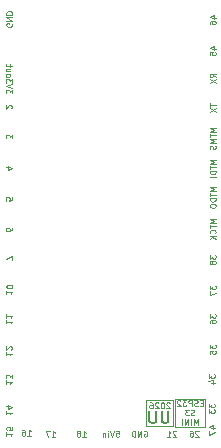
<source format=gbr>
%TF.GenerationSoftware,KiCad,Pcbnew,9.0.7-9.0.7~ubuntu22.04.1*%
%TF.CreationDate,2026-02-16T21:50:37-07:00*%
%TF.ProjectId,ESP32-S3-MINI-1U_UU,45535033-322d-4533-932d-4d494e492d31,rev?*%
%TF.SameCoordinates,Original*%
%TF.FileFunction,Legend,Bot*%
%TF.FilePolarity,Positive*%
%FSLAX46Y46*%
G04 Gerber Fmt 4.6, Leading zero omitted, Abs format (unit mm)*
G04 Created by KiCad (PCBNEW 9.0.7-9.0.7~ubuntu22.04.1) date 2026-02-16 21:50:37*
%MOMM*%
%LPD*%
G01*
G04 APERTURE LIST*
%ADD10C,0.100000*%
%ADD11C,0.200000*%
G04 APERTURE END LIST*
D10*
X185360000Y-148700000D02*
X187660000Y-148700000D01*
X187860000Y-148800000D02*
X187860000Y-146400000D01*
X187860000Y-146400000D02*
X190360000Y-146400000D01*
X187660000Y-148700000D02*
X187660000Y-146500000D01*
X190360000Y-148800000D02*
X187860000Y-148800000D01*
X185360000Y-146500000D02*
X185360000Y-148700000D01*
X190360000Y-146400000D02*
X190360000Y-148800000D01*
X187660000Y-146500000D02*
X185360000Y-146500000D01*
X174026390Y-129377068D02*
X174026390Y-129615163D01*
X174026390Y-129615163D02*
X173788295Y-129638972D01*
X173788295Y-129638972D02*
X173812104Y-129615163D01*
X173812104Y-129615163D02*
X173835914Y-129567544D01*
X173835914Y-129567544D02*
X173835914Y-129448496D01*
X173835914Y-129448496D02*
X173812104Y-129400877D01*
X173812104Y-129400877D02*
X173788295Y-129377068D01*
X173788295Y-129377068D02*
X173740676Y-129353258D01*
X173740676Y-129353258D02*
X173621628Y-129353258D01*
X173621628Y-129353258D02*
X173574009Y-129377068D01*
X173574009Y-129377068D02*
X173550200Y-129400877D01*
X173550200Y-129400877D02*
X173526390Y-129448496D01*
X173526390Y-129448496D02*
X173526390Y-129567544D01*
X173526390Y-129567544D02*
X173550200Y-129615163D01*
X173550200Y-129615163D02*
X173574009Y-129638972D01*
X187938972Y-149181228D02*
X187915163Y-149157419D01*
X187915163Y-149157419D02*
X187867544Y-149133609D01*
X187867544Y-149133609D02*
X187748496Y-149133609D01*
X187748496Y-149133609D02*
X187700877Y-149157419D01*
X187700877Y-149157419D02*
X187677068Y-149181228D01*
X187677068Y-149181228D02*
X187653258Y-149228847D01*
X187653258Y-149228847D02*
X187653258Y-149276466D01*
X187653258Y-149276466D02*
X187677068Y-149347895D01*
X187677068Y-149347895D02*
X187962782Y-149633609D01*
X187962782Y-149633609D02*
X187653258Y-149633609D01*
X187177068Y-149633609D02*
X187462782Y-149633609D01*
X187319925Y-149633609D02*
X187319925Y-149133609D01*
X187319925Y-149133609D02*
X187367544Y-149205038D01*
X187367544Y-149205038D02*
X187415163Y-149252657D01*
X187415163Y-149252657D02*
X187462782Y-149276466D01*
X190793609Y-134237217D02*
X190793609Y-134546741D01*
X190793609Y-134546741D02*
X190984085Y-134380074D01*
X190984085Y-134380074D02*
X190984085Y-134451503D01*
X190984085Y-134451503D02*
X191007895Y-134499122D01*
X191007895Y-134499122D02*
X191031704Y-134522931D01*
X191031704Y-134522931D02*
X191079323Y-134546741D01*
X191079323Y-134546741D02*
X191198371Y-134546741D01*
X191198371Y-134546741D02*
X191245990Y-134522931D01*
X191245990Y-134522931D02*
X191269800Y-134499122D01*
X191269800Y-134499122D02*
X191293609Y-134451503D01*
X191293609Y-134451503D02*
X191293609Y-134308646D01*
X191293609Y-134308646D02*
X191269800Y-134261027D01*
X191269800Y-134261027D02*
X191245990Y-134237217D01*
X191007895Y-134832455D02*
X190984085Y-134784836D01*
X190984085Y-134784836D02*
X190960276Y-134761026D01*
X190960276Y-134761026D02*
X190912657Y-134737217D01*
X190912657Y-134737217D02*
X190888847Y-134737217D01*
X190888847Y-134737217D02*
X190841228Y-134761026D01*
X190841228Y-134761026D02*
X190817419Y-134784836D01*
X190817419Y-134784836D02*
X190793609Y-134832455D01*
X190793609Y-134832455D02*
X190793609Y-134927693D01*
X190793609Y-134927693D02*
X190817419Y-134975312D01*
X190817419Y-134975312D02*
X190841228Y-134999121D01*
X190841228Y-134999121D02*
X190888847Y-135022931D01*
X190888847Y-135022931D02*
X190912657Y-135022931D01*
X190912657Y-135022931D02*
X190960276Y-134999121D01*
X190960276Y-134999121D02*
X190984085Y-134975312D01*
X190984085Y-134975312D02*
X191007895Y-134927693D01*
X191007895Y-134927693D02*
X191007895Y-134832455D01*
X191007895Y-134832455D02*
X191031704Y-134784836D01*
X191031704Y-134784836D02*
X191055514Y-134761026D01*
X191055514Y-134761026D02*
X191103133Y-134737217D01*
X191103133Y-134737217D02*
X191198371Y-134737217D01*
X191198371Y-134737217D02*
X191245990Y-134761026D01*
X191245990Y-134761026D02*
X191269800Y-134784836D01*
X191269800Y-134784836D02*
X191293609Y-134832455D01*
X191293609Y-134832455D02*
X191293609Y-134927693D01*
X191293609Y-134927693D02*
X191269800Y-134975312D01*
X191269800Y-134975312D02*
X191245990Y-134999121D01*
X191245990Y-134999121D02*
X191198371Y-135022931D01*
X191198371Y-135022931D02*
X191103133Y-135022931D01*
X191103133Y-135022931D02*
X191055514Y-134999121D01*
X191055514Y-134999121D02*
X191031704Y-134975312D01*
X191031704Y-134975312D02*
X191007895Y-134927693D01*
X189838972Y-149181228D02*
X189815163Y-149157419D01*
X189815163Y-149157419D02*
X189767544Y-149133609D01*
X189767544Y-149133609D02*
X189648496Y-149133609D01*
X189648496Y-149133609D02*
X189600877Y-149157419D01*
X189600877Y-149157419D02*
X189577068Y-149181228D01*
X189577068Y-149181228D02*
X189553258Y-149228847D01*
X189553258Y-149228847D02*
X189553258Y-149276466D01*
X189553258Y-149276466D02*
X189577068Y-149347895D01*
X189577068Y-149347895D02*
X189862782Y-149633609D01*
X189862782Y-149633609D02*
X189553258Y-149633609D01*
X189124687Y-149133609D02*
X189219925Y-149133609D01*
X189219925Y-149133609D02*
X189267544Y-149157419D01*
X189267544Y-149157419D02*
X189291354Y-149181228D01*
X189291354Y-149181228D02*
X189338973Y-149252657D01*
X189338973Y-149252657D02*
X189362782Y-149347895D01*
X189362782Y-149347895D02*
X189362782Y-149538371D01*
X189362782Y-149538371D02*
X189338973Y-149585990D01*
X189338973Y-149585990D02*
X189315163Y-149609800D01*
X189315163Y-149609800D02*
X189267544Y-149633609D01*
X189267544Y-149633609D02*
X189172306Y-149633609D01*
X189172306Y-149633609D02*
X189124687Y-149609800D01*
X189124687Y-149609800D02*
X189100878Y-149585990D01*
X189100878Y-149585990D02*
X189077068Y-149538371D01*
X189077068Y-149538371D02*
X189077068Y-149419323D01*
X189077068Y-149419323D02*
X189100878Y-149371704D01*
X189100878Y-149371704D02*
X189124687Y-149347895D01*
X189124687Y-149347895D02*
X189172306Y-149324085D01*
X189172306Y-149324085D02*
X189267544Y-149324085D01*
X189267544Y-149324085D02*
X189315163Y-149347895D01*
X189315163Y-149347895D02*
X189338973Y-149371704D01*
X189338973Y-149371704D02*
X189362782Y-149419323D01*
X187398972Y-146781228D02*
X187375163Y-146757419D01*
X187375163Y-146757419D02*
X187327544Y-146733609D01*
X187327544Y-146733609D02*
X187208496Y-146733609D01*
X187208496Y-146733609D02*
X187160877Y-146757419D01*
X187160877Y-146757419D02*
X187137068Y-146781228D01*
X187137068Y-146781228D02*
X187113258Y-146828847D01*
X187113258Y-146828847D02*
X187113258Y-146876466D01*
X187113258Y-146876466D02*
X187137068Y-146947895D01*
X187137068Y-146947895D02*
X187422782Y-147233609D01*
X187422782Y-147233609D02*
X187113258Y-147233609D01*
X186803735Y-146733609D02*
X186756116Y-146733609D01*
X186756116Y-146733609D02*
X186708497Y-146757419D01*
X186708497Y-146757419D02*
X186684687Y-146781228D01*
X186684687Y-146781228D02*
X186660878Y-146828847D01*
X186660878Y-146828847D02*
X186637068Y-146924085D01*
X186637068Y-146924085D02*
X186637068Y-147043133D01*
X186637068Y-147043133D02*
X186660878Y-147138371D01*
X186660878Y-147138371D02*
X186684687Y-147185990D01*
X186684687Y-147185990D02*
X186708497Y-147209800D01*
X186708497Y-147209800D02*
X186756116Y-147233609D01*
X186756116Y-147233609D02*
X186803735Y-147233609D01*
X186803735Y-147233609D02*
X186851354Y-147209800D01*
X186851354Y-147209800D02*
X186875163Y-147185990D01*
X186875163Y-147185990D02*
X186898973Y-147138371D01*
X186898973Y-147138371D02*
X186922782Y-147043133D01*
X186922782Y-147043133D02*
X186922782Y-146924085D01*
X186922782Y-146924085D02*
X186898973Y-146828847D01*
X186898973Y-146828847D02*
X186875163Y-146781228D01*
X186875163Y-146781228D02*
X186851354Y-146757419D01*
X186851354Y-146757419D02*
X186803735Y-146733609D01*
X186446592Y-146781228D02*
X186422783Y-146757419D01*
X186422783Y-146757419D02*
X186375164Y-146733609D01*
X186375164Y-146733609D02*
X186256116Y-146733609D01*
X186256116Y-146733609D02*
X186208497Y-146757419D01*
X186208497Y-146757419D02*
X186184688Y-146781228D01*
X186184688Y-146781228D02*
X186160878Y-146828847D01*
X186160878Y-146828847D02*
X186160878Y-146876466D01*
X186160878Y-146876466D02*
X186184688Y-146947895D01*
X186184688Y-146947895D02*
X186470402Y-147233609D01*
X186470402Y-147233609D02*
X186160878Y-147233609D01*
X185732307Y-146733609D02*
X185827545Y-146733609D01*
X185827545Y-146733609D02*
X185875164Y-146757419D01*
X185875164Y-146757419D02*
X185898974Y-146781228D01*
X185898974Y-146781228D02*
X185946593Y-146852657D01*
X185946593Y-146852657D02*
X185970402Y-146947895D01*
X185970402Y-146947895D02*
X185970402Y-147138371D01*
X185970402Y-147138371D02*
X185946593Y-147185990D01*
X185946593Y-147185990D02*
X185922783Y-147209800D01*
X185922783Y-147209800D02*
X185875164Y-147233609D01*
X185875164Y-147233609D02*
X185779926Y-147233609D01*
X185779926Y-147233609D02*
X185732307Y-147209800D01*
X185732307Y-147209800D02*
X185708498Y-147185990D01*
X185708498Y-147185990D02*
X185684688Y-147138371D01*
X185684688Y-147138371D02*
X185684688Y-147019323D01*
X185684688Y-147019323D02*
X185708498Y-146971704D01*
X185708498Y-146971704D02*
X185732307Y-146947895D01*
X185732307Y-146947895D02*
X185779926Y-146924085D01*
X185779926Y-146924085D02*
X185875164Y-146924085D01*
X185875164Y-146924085D02*
X185922783Y-146947895D01*
X185922783Y-146947895D02*
X185946593Y-146971704D01*
X185946593Y-146971704D02*
X185970402Y-147019323D01*
X175353258Y-149533609D02*
X175638972Y-149533609D01*
X175496115Y-149533609D02*
X175496115Y-149033609D01*
X175496115Y-149033609D02*
X175543734Y-149105038D01*
X175543734Y-149105038D02*
X175591353Y-149152657D01*
X175591353Y-149152657D02*
X175638972Y-149176466D01*
X174924687Y-149033609D02*
X175019925Y-149033609D01*
X175019925Y-149033609D02*
X175067544Y-149057419D01*
X175067544Y-149057419D02*
X175091354Y-149081228D01*
X175091354Y-149081228D02*
X175138973Y-149152657D01*
X175138973Y-149152657D02*
X175162782Y-149247895D01*
X175162782Y-149247895D02*
X175162782Y-149438371D01*
X175162782Y-149438371D02*
X175138973Y-149485990D01*
X175138973Y-149485990D02*
X175115163Y-149509800D01*
X175115163Y-149509800D02*
X175067544Y-149533609D01*
X175067544Y-149533609D02*
X174972306Y-149533609D01*
X174972306Y-149533609D02*
X174924687Y-149509800D01*
X174924687Y-149509800D02*
X174900878Y-149485990D01*
X174900878Y-149485990D02*
X174877068Y-149438371D01*
X174877068Y-149438371D02*
X174877068Y-149319323D01*
X174877068Y-149319323D02*
X174900878Y-149271704D01*
X174900878Y-149271704D02*
X174924687Y-149247895D01*
X174924687Y-149247895D02*
X174972306Y-149224085D01*
X174972306Y-149224085D02*
X175067544Y-149224085D01*
X175067544Y-149224085D02*
X175115163Y-149247895D01*
X175115163Y-149247895D02*
X175138973Y-149271704D01*
X175138973Y-149271704D02*
X175162782Y-149319323D01*
X174042580Y-114653258D02*
X174066390Y-114700877D01*
X174066390Y-114700877D02*
X174066390Y-114772306D01*
X174066390Y-114772306D02*
X174042580Y-114843734D01*
X174042580Y-114843734D02*
X173994961Y-114891353D01*
X173994961Y-114891353D02*
X173947342Y-114915163D01*
X173947342Y-114915163D02*
X173852104Y-114938972D01*
X173852104Y-114938972D02*
X173780676Y-114938972D01*
X173780676Y-114938972D02*
X173685438Y-114915163D01*
X173685438Y-114915163D02*
X173637819Y-114891353D01*
X173637819Y-114891353D02*
X173590200Y-114843734D01*
X173590200Y-114843734D02*
X173566390Y-114772306D01*
X173566390Y-114772306D02*
X173566390Y-114724687D01*
X173566390Y-114724687D02*
X173590200Y-114653258D01*
X173590200Y-114653258D02*
X173614009Y-114629449D01*
X173614009Y-114629449D02*
X173780676Y-114629449D01*
X173780676Y-114629449D02*
X173780676Y-114724687D01*
X173566390Y-114415163D02*
X174066390Y-114415163D01*
X174066390Y-114415163D02*
X173566390Y-114129449D01*
X173566390Y-114129449D02*
X174066390Y-114129449D01*
X173566390Y-113891353D02*
X174066390Y-113891353D01*
X174066390Y-113891353D02*
X174066390Y-113772305D01*
X174066390Y-113772305D02*
X174042580Y-113700877D01*
X174042580Y-113700877D02*
X173994961Y-113653258D01*
X173994961Y-113653258D02*
X173947342Y-113629448D01*
X173947342Y-113629448D02*
X173852104Y-113605639D01*
X173852104Y-113605639D02*
X173780676Y-113605639D01*
X173780676Y-113605639D02*
X173685438Y-113629448D01*
X173685438Y-113629448D02*
X173637819Y-113653258D01*
X173637819Y-113653258D02*
X173590200Y-113700877D01*
X173590200Y-113700877D02*
X173566390Y-113772305D01*
X173566390Y-113772305D02*
X173566390Y-113891353D01*
X185213258Y-149157419D02*
X185260877Y-149133609D01*
X185260877Y-149133609D02*
X185332306Y-149133609D01*
X185332306Y-149133609D02*
X185403734Y-149157419D01*
X185403734Y-149157419D02*
X185451353Y-149205038D01*
X185451353Y-149205038D02*
X185475163Y-149252657D01*
X185475163Y-149252657D02*
X185498972Y-149347895D01*
X185498972Y-149347895D02*
X185498972Y-149419323D01*
X185498972Y-149419323D02*
X185475163Y-149514561D01*
X185475163Y-149514561D02*
X185451353Y-149562180D01*
X185451353Y-149562180D02*
X185403734Y-149609800D01*
X185403734Y-149609800D02*
X185332306Y-149633609D01*
X185332306Y-149633609D02*
X185284687Y-149633609D01*
X185284687Y-149633609D02*
X185213258Y-149609800D01*
X185213258Y-149609800D02*
X185189449Y-149585990D01*
X185189449Y-149585990D02*
X185189449Y-149419323D01*
X185189449Y-149419323D02*
X185284687Y-149419323D01*
X184975163Y-149633609D02*
X184975163Y-149133609D01*
X184975163Y-149133609D02*
X184689449Y-149633609D01*
X184689449Y-149633609D02*
X184689449Y-149133609D01*
X184451353Y-149633609D02*
X184451353Y-149133609D01*
X184451353Y-149133609D02*
X184332305Y-149133609D01*
X184332305Y-149133609D02*
X184260877Y-149157419D01*
X184260877Y-149157419D02*
X184213258Y-149205038D01*
X184213258Y-149205038D02*
X184189448Y-149252657D01*
X184189448Y-149252657D02*
X184165639Y-149347895D01*
X184165639Y-149347895D02*
X184165639Y-149419323D01*
X184165639Y-149419323D02*
X184189448Y-149514561D01*
X184189448Y-149514561D02*
X184213258Y-149562180D01*
X184213258Y-149562180D02*
X184260877Y-149609800D01*
X184260877Y-149609800D02*
X184332305Y-149633609D01*
X184332305Y-149633609D02*
X184451353Y-149633609D01*
X190793609Y-121413408D02*
X190793609Y-121699122D01*
X191293609Y-121556265D02*
X190793609Y-121556265D01*
X190793609Y-121818169D02*
X191293609Y-122151502D01*
X190793609Y-122151502D02*
X191293609Y-121818169D01*
X180013258Y-149633609D02*
X180298972Y-149633609D01*
X180156115Y-149633609D02*
X180156115Y-149133609D01*
X180156115Y-149133609D02*
X180203734Y-149205038D01*
X180203734Y-149205038D02*
X180251353Y-149252657D01*
X180251353Y-149252657D02*
X180298972Y-149276466D01*
X179727544Y-149347895D02*
X179775163Y-149324085D01*
X179775163Y-149324085D02*
X179798973Y-149300276D01*
X179798973Y-149300276D02*
X179822782Y-149252657D01*
X179822782Y-149252657D02*
X179822782Y-149228847D01*
X179822782Y-149228847D02*
X179798973Y-149181228D01*
X179798973Y-149181228D02*
X179775163Y-149157419D01*
X179775163Y-149157419D02*
X179727544Y-149133609D01*
X179727544Y-149133609D02*
X179632306Y-149133609D01*
X179632306Y-149133609D02*
X179584687Y-149157419D01*
X179584687Y-149157419D02*
X179560878Y-149181228D01*
X179560878Y-149181228D02*
X179537068Y-149228847D01*
X179537068Y-149228847D02*
X179537068Y-149252657D01*
X179537068Y-149252657D02*
X179560878Y-149300276D01*
X179560878Y-149300276D02*
X179584687Y-149324085D01*
X179584687Y-149324085D02*
X179632306Y-149347895D01*
X179632306Y-149347895D02*
X179727544Y-149347895D01*
X179727544Y-149347895D02*
X179775163Y-149371704D01*
X179775163Y-149371704D02*
X179798973Y-149395514D01*
X179798973Y-149395514D02*
X179822782Y-149443133D01*
X179822782Y-149443133D02*
X179822782Y-149538371D01*
X179822782Y-149538371D02*
X179798973Y-149585990D01*
X179798973Y-149585990D02*
X179775163Y-149609800D01*
X179775163Y-149609800D02*
X179727544Y-149633609D01*
X179727544Y-149633609D02*
X179632306Y-149633609D01*
X179632306Y-149633609D02*
X179584687Y-149609800D01*
X179584687Y-149609800D02*
X179560878Y-149585990D01*
X179560878Y-149585990D02*
X179537068Y-149538371D01*
X179537068Y-149538371D02*
X179537068Y-149443133D01*
X179537068Y-149443133D02*
X179560878Y-149395514D01*
X179560878Y-149395514D02*
X179584687Y-149371704D01*
X179584687Y-149371704D02*
X179632306Y-149347895D01*
X190900276Y-148899122D02*
X191233609Y-148899122D01*
X190709800Y-148780074D02*
X191066942Y-148661027D01*
X191066942Y-148661027D02*
X191066942Y-148970550D01*
X190733609Y-149113407D02*
X190733609Y-149446740D01*
X190733609Y-149446740D02*
X191233609Y-149232455D01*
X173526390Y-142453258D02*
X173526390Y-142738972D01*
X173526390Y-142596115D02*
X174026390Y-142596115D01*
X174026390Y-142596115D02*
X173954961Y-142643734D01*
X173954961Y-142643734D02*
X173907342Y-142691353D01*
X173907342Y-142691353D02*
X173883533Y-142738972D01*
X173978771Y-142262782D02*
X174002580Y-142238973D01*
X174002580Y-142238973D02*
X174026390Y-142191354D01*
X174026390Y-142191354D02*
X174026390Y-142072306D01*
X174026390Y-142072306D02*
X174002580Y-142024687D01*
X174002580Y-142024687D02*
X173978771Y-142000878D01*
X173978771Y-142000878D02*
X173931152Y-141977068D01*
X173931152Y-141977068D02*
X173883533Y-141977068D01*
X173883533Y-141977068D02*
X173812104Y-142000878D01*
X173812104Y-142000878D02*
X173526390Y-142286592D01*
X173526390Y-142286592D02*
X173526390Y-141977068D01*
X173566390Y-149253258D02*
X173566390Y-149538972D01*
X173566390Y-149396115D02*
X174066390Y-149396115D01*
X174066390Y-149396115D02*
X173994961Y-149443734D01*
X173994961Y-149443734D02*
X173947342Y-149491353D01*
X173947342Y-149491353D02*
X173923533Y-149538972D01*
X174066390Y-148800878D02*
X174066390Y-149038973D01*
X174066390Y-149038973D02*
X173828295Y-149062782D01*
X173828295Y-149062782D02*
X173852104Y-149038973D01*
X173852104Y-149038973D02*
X173875914Y-148991354D01*
X173875914Y-148991354D02*
X173875914Y-148872306D01*
X173875914Y-148872306D02*
X173852104Y-148824687D01*
X173852104Y-148824687D02*
X173828295Y-148800878D01*
X173828295Y-148800878D02*
X173780676Y-148777068D01*
X173780676Y-148777068D02*
X173661628Y-148777068D01*
X173661628Y-148777068D02*
X173614009Y-148800878D01*
X173614009Y-148800878D02*
X173590200Y-148824687D01*
X173590200Y-148824687D02*
X173566390Y-148872306D01*
X173566390Y-148872306D02*
X173566390Y-148991354D01*
X173566390Y-148991354D02*
X173590200Y-149038973D01*
X173590200Y-149038973D02*
X173614009Y-149062782D01*
X174026390Y-120562782D02*
X174026390Y-120253258D01*
X174026390Y-120253258D02*
X173835914Y-120419925D01*
X173835914Y-120419925D02*
X173835914Y-120348496D01*
X173835914Y-120348496D02*
X173812104Y-120300877D01*
X173812104Y-120300877D02*
X173788295Y-120277068D01*
X173788295Y-120277068D02*
X173740676Y-120253258D01*
X173740676Y-120253258D02*
X173621628Y-120253258D01*
X173621628Y-120253258D02*
X173574009Y-120277068D01*
X173574009Y-120277068D02*
X173550200Y-120300877D01*
X173550200Y-120300877D02*
X173526390Y-120348496D01*
X173526390Y-120348496D02*
X173526390Y-120491353D01*
X173526390Y-120491353D02*
X173550200Y-120538972D01*
X173550200Y-120538972D02*
X173574009Y-120562782D01*
X174026390Y-120110401D02*
X173526390Y-119943735D01*
X173526390Y-119943735D02*
X174026390Y-119777068D01*
X174026390Y-119658021D02*
X174026390Y-119348497D01*
X174026390Y-119348497D02*
X173835914Y-119515164D01*
X173835914Y-119515164D02*
X173835914Y-119443735D01*
X173835914Y-119443735D02*
X173812104Y-119396116D01*
X173812104Y-119396116D02*
X173788295Y-119372307D01*
X173788295Y-119372307D02*
X173740676Y-119348497D01*
X173740676Y-119348497D02*
X173621628Y-119348497D01*
X173621628Y-119348497D02*
X173574009Y-119372307D01*
X173574009Y-119372307D02*
X173550200Y-119396116D01*
X173550200Y-119396116D02*
X173526390Y-119443735D01*
X173526390Y-119443735D02*
X173526390Y-119586592D01*
X173526390Y-119586592D02*
X173550200Y-119634211D01*
X173550200Y-119634211D02*
X173574009Y-119658021D01*
X173526390Y-119062783D02*
X173550200Y-119110402D01*
X173550200Y-119110402D02*
X173574009Y-119134212D01*
X173574009Y-119134212D02*
X173621628Y-119158021D01*
X173621628Y-119158021D02*
X173764485Y-119158021D01*
X173764485Y-119158021D02*
X173812104Y-119134212D01*
X173812104Y-119134212D02*
X173835914Y-119110402D01*
X173835914Y-119110402D02*
X173859723Y-119062783D01*
X173859723Y-119062783D02*
X173859723Y-118991355D01*
X173859723Y-118991355D02*
X173835914Y-118943736D01*
X173835914Y-118943736D02*
X173812104Y-118919926D01*
X173812104Y-118919926D02*
X173764485Y-118896117D01*
X173764485Y-118896117D02*
X173621628Y-118896117D01*
X173621628Y-118896117D02*
X173574009Y-118919926D01*
X173574009Y-118919926D02*
X173550200Y-118943736D01*
X173550200Y-118943736D02*
X173526390Y-118991355D01*
X173526390Y-118991355D02*
X173526390Y-119062783D01*
X173859723Y-118467545D02*
X173526390Y-118467545D01*
X173859723Y-118681831D02*
X173597819Y-118681831D01*
X173597819Y-118681831D02*
X173550200Y-118658021D01*
X173550200Y-118658021D02*
X173526390Y-118610402D01*
X173526390Y-118610402D02*
X173526390Y-118538974D01*
X173526390Y-118538974D02*
X173550200Y-118491355D01*
X173550200Y-118491355D02*
X173574009Y-118467545D01*
X173859723Y-118300878D02*
X173859723Y-118110402D01*
X174026390Y-118229450D02*
X173597819Y-118229450D01*
X173597819Y-118229450D02*
X173550200Y-118205640D01*
X173550200Y-118205640D02*
X173526390Y-118158021D01*
X173526390Y-118158021D02*
X173526390Y-118110402D01*
X173859723Y-126800877D02*
X173526390Y-126800877D01*
X174050200Y-126919925D02*
X173693057Y-127038972D01*
X173693057Y-127038972D02*
X173693057Y-126729449D01*
X190960276Y-116799122D02*
X191293609Y-116799122D01*
X190769800Y-116680074D02*
X191126942Y-116561027D01*
X191126942Y-116561027D02*
X191126942Y-116870550D01*
X190793609Y-117299121D02*
X190793609Y-117061026D01*
X190793609Y-117061026D02*
X191031704Y-117037217D01*
X191031704Y-117037217D02*
X191007895Y-117061026D01*
X191007895Y-117061026D02*
X190984085Y-117108645D01*
X190984085Y-117108645D02*
X190984085Y-117227693D01*
X190984085Y-117227693D02*
X191007895Y-117275312D01*
X191007895Y-117275312D02*
X191031704Y-117299121D01*
X191031704Y-117299121D02*
X191079323Y-117322931D01*
X191079323Y-117322931D02*
X191198371Y-117322931D01*
X191198371Y-117322931D02*
X191245990Y-117299121D01*
X191245990Y-117299121D02*
X191269800Y-117275312D01*
X191269800Y-117275312D02*
X191293609Y-117227693D01*
X191293609Y-117227693D02*
X191293609Y-117108645D01*
X191293609Y-117108645D02*
X191269800Y-117061026D01*
X191269800Y-117061026D02*
X191245990Y-117037217D01*
X191293609Y-119170550D02*
X191055514Y-119003884D01*
X191293609Y-118884836D02*
X190793609Y-118884836D01*
X190793609Y-118884836D02*
X190793609Y-119075312D01*
X190793609Y-119075312D02*
X190817419Y-119122931D01*
X190817419Y-119122931D02*
X190841228Y-119146741D01*
X190841228Y-119146741D02*
X190888847Y-119170550D01*
X190888847Y-119170550D02*
X190960276Y-119170550D01*
X190960276Y-119170550D02*
X191007895Y-119146741D01*
X191007895Y-119146741D02*
X191031704Y-119122931D01*
X191031704Y-119122931D02*
X191055514Y-119075312D01*
X191055514Y-119075312D02*
X191055514Y-118884836D01*
X190793609Y-119337217D02*
X191293609Y-119670550D01*
X190793609Y-119670550D02*
X191293609Y-119337217D01*
X174026390Y-132000877D02*
X174026390Y-132096115D01*
X174026390Y-132096115D02*
X174002580Y-132143734D01*
X174002580Y-132143734D02*
X173978771Y-132167544D01*
X173978771Y-132167544D02*
X173907342Y-132215163D01*
X173907342Y-132215163D02*
X173812104Y-132238972D01*
X173812104Y-132238972D02*
X173621628Y-132238972D01*
X173621628Y-132238972D02*
X173574009Y-132215163D01*
X173574009Y-132215163D02*
X173550200Y-132191353D01*
X173550200Y-132191353D02*
X173526390Y-132143734D01*
X173526390Y-132143734D02*
X173526390Y-132048496D01*
X173526390Y-132048496D02*
X173550200Y-132000877D01*
X173550200Y-132000877D02*
X173574009Y-131977068D01*
X173574009Y-131977068D02*
X173621628Y-131953258D01*
X173621628Y-131953258D02*
X173740676Y-131953258D01*
X173740676Y-131953258D02*
X173788295Y-131977068D01*
X173788295Y-131977068D02*
X173812104Y-132000877D01*
X173812104Y-132000877D02*
X173835914Y-132048496D01*
X173835914Y-132048496D02*
X173835914Y-132143734D01*
X173835914Y-132143734D02*
X173812104Y-132191353D01*
X173812104Y-132191353D02*
X173788295Y-132215163D01*
X173788295Y-132215163D02*
X173740676Y-132238972D01*
X190960276Y-114199122D02*
X191293609Y-114199122D01*
X190769800Y-114080074D02*
X191126942Y-113961027D01*
X191126942Y-113961027D02*
X191126942Y-114270550D01*
X190793609Y-114675312D02*
X190793609Y-114580074D01*
X190793609Y-114580074D02*
X190817419Y-114532455D01*
X190817419Y-114532455D02*
X190841228Y-114508645D01*
X190841228Y-114508645D02*
X190912657Y-114461026D01*
X190912657Y-114461026D02*
X191007895Y-114437217D01*
X191007895Y-114437217D02*
X191198371Y-114437217D01*
X191198371Y-114437217D02*
X191245990Y-114461026D01*
X191245990Y-114461026D02*
X191269800Y-114484836D01*
X191269800Y-114484836D02*
X191293609Y-114532455D01*
X191293609Y-114532455D02*
X191293609Y-114627693D01*
X191293609Y-114627693D02*
X191269800Y-114675312D01*
X191269800Y-114675312D02*
X191245990Y-114699121D01*
X191245990Y-114699121D02*
X191198371Y-114722931D01*
X191198371Y-114722931D02*
X191079323Y-114722931D01*
X191079323Y-114722931D02*
X191031704Y-114699121D01*
X191031704Y-114699121D02*
X191007895Y-114675312D01*
X191007895Y-114675312D02*
X190984085Y-114627693D01*
X190984085Y-114627693D02*
X190984085Y-114532455D01*
X190984085Y-114532455D02*
X191007895Y-114484836D01*
X191007895Y-114484836D02*
X191031704Y-114461026D01*
X191031704Y-114461026D02*
X191079323Y-114437217D01*
X191293609Y-128484836D02*
X190793609Y-128484836D01*
X190793609Y-128484836D02*
X191150752Y-128651503D01*
X191150752Y-128651503D02*
X190793609Y-128818169D01*
X190793609Y-128818169D02*
X191293609Y-128818169D01*
X190793609Y-128984837D02*
X190793609Y-129270551D01*
X191293609Y-129127694D02*
X190793609Y-129127694D01*
X191293609Y-129437217D02*
X190793609Y-129437217D01*
X190793609Y-129437217D02*
X190793609Y-129556265D01*
X190793609Y-129556265D02*
X190817419Y-129627693D01*
X190817419Y-129627693D02*
X190865038Y-129675312D01*
X190865038Y-129675312D02*
X190912657Y-129699122D01*
X190912657Y-129699122D02*
X191007895Y-129722931D01*
X191007895Y-129722931D02*
X191079323Y-129722931D01*
X191079323Y-129722931D02*
X191174561Y-129699122D01*
X191174561Y-129699122D02*
X191222180Y-129675312D01*
X191222180Y-129675312D02*
X191269800Y-129627693D01*
X191269800Y-129627693D02*
X191293609Y-129556265D01*
X191293609Y-129556265D02*
X191293609Y-129437217D01*
X190793609Y-130032455D02*
X190793609Y-130127693D01*
X190793609Y-130127693D02*
X190817419Y-130175312D01*
X190817419Y-130175312D02*
X190865038Y-130222931D01*
X190865038Y-130222931D02*
X190960276Y-130246741D01*
X190960276Y-130246741D02*
X191126942Y-130246741D01*
X191126942Y-130246741D02*
X191222180Y-130222931D01*
X191222180Y-130222931D02*
X191269800Y-130175312D01*
X191269800Y-130175312D02*
X191293609Y-130127693D01*
X191293609Y-130127693D02*
X191293609Y-130032455D01*
X191293609Y-130032455D02*
X191269800Y-129984836D01*
X191269800Y-129984836D02*
X191222180Y-129937217D01*
X191222180Y-129937217D02*
X191126942Y-129913408D01*
X191126942Y-129913408D02*
X190960276Y-129913408D01*
X190960276Y-129913408D02*
X190865038Y-129937217D01*
X190865038Y-129937217D02*
X190817419Y-129984836D01*
X190817419Y-129984836D02*
X190793609Y-130032455D01*
X182837068Y-149133609D02*
X183075163Y-149133609D01*
X183075163Y-149133609D02*
X183098972Y-149371704D01*
X183098972Y-149371704D02*
X183075163Y-149347895D01*
X183075163Y-149347895D02*
X183027544Y-149324085D01*
X183027544Y-149324085D02*
X182908496Y-149324085D01*
X182908496Y-149324085D02*
X182860877Y-149347895D01*
X182860877Y-149347895D02*
X182837068Y-149371704D01*
X182837068Y-149371704D02*
X182813258Y-149419323D01*
X182813258Y-149419323D02*
X182813258Y-149538371D01*
X182813258Y-149538371D02*
X182837068Y-149585990D01*
X182837068Y-149585990D02*
X182860877Y-149609800D01*
X182860877Y-149609800D02*
X182908496Y-149633609D01*
X182908496Y-149633609D02*
X183027544Y-149633609D01*
X183027544Y-149633609D02*
X183075163Y-149609800D01*
X183075163Y-149609800D02*
X183098972Y-149585990D01*
X182670401Y-149133609D02*
X182503735Y-149633609D01*
X182503735Y-149633609D02*
X182337068Y-149133609D01*
X182170402Y-149633609D02*
X182170402Y-149300276D01*
X182170402Y-149133609D02*
X182194211Y-149157419D01*
X182194211Y-149157419D02*
X182170402Y-149181228D01*
X182170402Y-149181228D02*
X182146592Y-149157419D01*
X182146592Y-149157419D02*
X182170402Y-149133609D01*
X182170402Y-149133609D02*
X182170402Y-149181228D01*
X181932307Y-149300276D02*
X181932307Y-149633609D01*
X181932307Y-149347895D02*
X181908497Y-149324085D01*
X181908497Y-149324085D02*
X181860878Y-149300276D01*
X181860878Y-149300276D02*
X181789450Y-149300276D01*
X181789450Y-149300276D02*
X181741831Y-149324085D01*
X181741831Y-149324085D02*
X181718021Y-149371704D01*
X181718021Y-149371704D02*
X181718021Y-149633609D01*
X190793609Y-139237217D02*
X190793609Y-139546741D01*
X190793609Y-139546741D02*
X190984085Y-139380074D01*
X190984085Y-139380074D02*
X190984085Y-139451503D01*
X190984085Y-139451503D02*
X191007895Y-139499122D01*
X191007895Y-139499122D02*
X191031704Y-139522931D01*
X191031704Y-139522931D02*
X191079323Y-139546741D01*
X191079323Y-139546741D02*
X191198371Y-139546741D01*
X191198371Y-139546741D02*
X191245990Y-139522931D01*
X191245990Y-139522931D02*
X191269800Y-139499122D01*
X191269800Y-139499122D02*
X191293609Y-139451503D01*
X191293609Y-139451503D02*
X191293609Y-139308646D01*
X191293609Y-139308646D02*
X191269800Y-139261027D01*
X191269800Y-139261027D02*
X191245990Y-139237217D01*
X190793609Y-139975312D02*
X190793609Y-139880074D01*
X190793609Y-139880074D02*
X190817419Y-139832455D01*
X190817419Y-139832455D02*
X190841228Y-139808645D01*
X190841228Y-139808645D02*
X190912657Y-139761026D01*
X190912657Y-139761026D02*
X191007895Y-139737217D01*
X191007895Y-139737217D02*
X191198371Y-139737217D01*
X191198371Y-139737217D02*
X191245990Y-139761026D01*
X191245990Y-139761026D02*
X191269800Y-139784836D01*
X191269800Y-139784836D02*
X191293609Y-139832455D01*
X191293609Y-139832455D02*
X191293609Y-139927693D01*
X191293609Y-139927693D02*
X191269800Y-139975312D01*
X191269800Y-139975312D02*
X191245990Y-139999121D01*
X191245990Y-139999121D02*
X191198371Y-140022931D01*
X191198371Y-140022931D02*
X191079323Y-140022931D01*
X191079323Y-140022931D02*
X191031704Y-139999121D01*
X191031704Y-139999121D02*
X191007895Y-139975312D01*
X191007895Y-139975312D02*
X190984085Y-139927693D01*
X190984085Y-139927693D02*
X190984085Y-139832455D01*
X190984085Y-139832455D02*
X191007895Y-139784836D01*
X191007895Y-139784836D02*
X191031704Y-139761026D01*
X191031704Y-139761026D02*
X191079323Y-139737217D01*
X173566390Y-137253258D02*
X173566390Y-137538972D01*
X173566390Y-137396115D02*
X174066390Y-137396115D01*
X174066390Y-137396115D02*
X173994961Y-137443734D01*
X173994961Y-137443734D02*
X173947342Y-137491353D01*
X173947342Y-137491353D02*
X173923533Y-137538972D01*
X174066390Y-136943735D02*
X174066390Y-136896116D01*
X174066390Y-136896116D02*
X174042580Y-136848497D01*
X174042580Y-136848497D02*
X174018771Y-136824687D01*
X174018771Y-136824687D02*
X173971152Y-136800878D01*
X173971152Y-136800878D02*
X173875914Y-136777068D01*
X173875914Y-136777068D02*
X173756866Y-136777068D01*
X173756866Y-136777068D02*
X173661628Y-136800878D01*
X173661628Y-136800878D02*
X173614009Y-136824687D01*
X173614009Y-136824687D02*
X173590200Y-136848497D01*
X173590200Y-136848497D02*
X173566390Y-136896116D01*
X173566390Y-136896116D02*
X173566390Y-136943735D01*
X173566390Y-136943735D02*
X173590200Y-136991354D01*
X173590200Y-136991354D02*
X173614009Y-137015163D01*
X173614009Y-137015163D02*
X173661628Y-137038973D01*
X173661628Y-137038973D02*
X173756866Y-137062782D01*
X173756866Y-137062782D02*
X173875914Y-137062782D01*
X173875914Y-137062782D02*
X173971152Y-137038973D01*
X173971152Y-137038973D02*
X174018771Y-137015163D01*
X174018771Y-137015163D02*
X174042580Y-136991354D01*
X174042580Y-136991354D02*
X174066390Y-136943735D01*
X177413258Y-149633609D02*
X177698972Y-149633609D01*
X177556115Y-149633609D02*
X177556115Y-149133609D01*
X177556115Y-149133609D02*
X177603734Y-149205038D01*
X177603734Y-149205038D02*
X177651353Y-149252657D01*
X177651353Y-149252657D02*
X177698972Y-149276466D01*
X177246592Y-149133609D02*
X176913259Y-149133609D01*
X176913259Y-149133609D02*
X177127544Y-149633609D01*
X190793609Y-141837217D02*
X190793609Y-142146741D01*
X190793609Y-142146741D02*
X190984085Y-141980074D01*
X190984085Y-141980074D02*
X190984085Y-142051503D01*
X190984085Y-142051503D02*
X191007895Y-142099122D01*
X191007895Y-142099122D02*
X191031704Y-142122931D01*
X191031704Y-142122931D02*
X191079323Y-142146741D01*
X191079323Y-142146741D02*
X191198371Y-142146741D01*
X191198371Y-142146741D02*
X191245990Y-142122931D01*
X191245990Y-142122931D02*
X191269800Y-142099122D01*
X191269800Y-142099122D02*
X191293609Y-142051503D01*
X191293609Y-142051503D02*
X191293609Y-141908646D01*
X191293609Y-141908646D02*
X191269800Y-141861027D01*
X191269800Y-141861027D02*
X191245990Y-141837217D01*
X190793609Y-142599121D02*
X190793609Y-142361026D01*
X190793609Y-142361026D02*
X191031704Y-142337217D01*
X191031704Y-142337217D02*
X191007895Y-142361026D01*
X191007895Y-142361026D02*
X190984085Y-142408645D01*
X190984085Y-142408645D02*
X190984085Y-142527693D01*
X190984085Y-142527693D02*
X191007895Y-142575312D01*
X191007895Y-142575312D02*
X191031704Y-142599121D01*
X191031704Y-142599121D02*
X191079323Y-142622931D01*
X191079323Y-142622931D02*
X191198371Y-142622931D01*
X191198371Y-142622931D02*
X191245990Y-142599121D01*
X191245990Y-142599121D02*
X191269800Y-142575312D01*
X191269800Y-142575312D02*
X191293609Y-142527693D01*
X191293609Y-142527693D02*
X191293609Y-142408645D01*
X191293609Y-142408645D02*
X191269800Y-142361026D01*
X191269800Y-142361026D02*
X191245990Y-142337217D01*
X190693609Y-146837217D02*
X190693609Y-147146741D01*
X190693609Y-147146741D02*
X190884085Y-146980074D01*
X190884085Y-146980074D02*
X190884085Y-147051503D01*
X190884085Y-147051503D02*
X190907895Y-147099122D01*
X190907895Y-147099122D02*
X190931704Y-147122931D01*
X190931704Y-147122931D02*
X190979323Y-147146741D01*
X190979323Y-147146741D02*
X191098371Y-147146741D01*
X191098371Y-147146741D02*
X191145990Y-147122931D01*
X191145990Y-147122931D02*
X191169800Y-147099122D01*
X191169800Y-147099122D02*
X191193609Y-147051503D01*
X191193609Y-147051503D02*
X191193609Y-146908646D01*
X191193609Y-146908646D02*
X191169800Y-146861027D01*
X191169800Y-146861027D02*
X191145990Y-146837217D01*
X190693609Y-147313407D02*
X190693609Y-147622931D01*
X190693609Y-147622931D02*
X190884085Y-147456264D01*
X190884085Y-147456264D02*
X190884085Y-147527693D01*
X190884085Y-147527693D02*
X190907895Y-147575312D01*
X190907895Y-147575312D02*
X190931704Y-147599121D01*
X190931704Y-147599121D02*
X190979323Y-147622931D01*
X190979323Y-147622931D02*
X191098371Y-147622931D01*
X191098371Y-147622931D02*
X191145990Y-147599121D01*
X191145990Y-147599121D02*
X191169800Y-147575312D01*
X191169800Y-147575312D02*
X191193609Y-147527693D01*
X191193609Y-147527693D02*
X191193609Y-147384836D01*
X191193609Y-147384836D02*
X191169800Y-147337217D01*
X191169800Y-147337217D02*
X191145990Y-147313407D01*
X173566390Y-139753258D02*
X173566390Y-140038972D01*
X173566390Y-139896115D02*
X174066390Y-139896115D01*
X174066390Y-139896115D02*
X173994961Y-139943734D01*
X173994961Y-139943734D02*
X173947342Y-139991353D01*
X173947342Y-139991353D02*
X173923533Y-140038972D01*
X173566390Y-139277068D02*
X173566390Y-139562782D01*
X173566390Y-139419925D02*
X174066390Y-139419925D01*
X174066390Y-139419925D02*
X173994961Y-139467544D01*
X173994961Y-139467544D02*
X173947342Y-139515163D01*
X173947342Y-139515163D02*
X173923533Y-139562782D01*
X174026390Y-124362782D02*
X174026390Y-124053258D01*
X174026390Y-124053258D02*
X173835914Y-124219925D01*
X173835914Y-124219925D02*
X173835914Y-124148496D01*
X173835914Y-124148496D02*
X173812104Y-124100877D01*
X173812104Y-124100877D02*
X173788295Y-124077068D01*
X173788295Y-124077068D02*
X173740676Y-124053258D01*
X173740676Y-124053258D02*
X173621628Y-124053258D01*
X173621628Y-124053258D02*
X173574009Y-124077068D01*
X173574009Y-124077068D02*
X173550200Y-124100877D01*
X173550200Y-124100877D02*
X173526390Y-124148496D01*
X173526390Y-124148496D02*
X173526390Y-124291353D01*
X173526390Y-124291353D02*
X173550200Y-124338972D01*
X173550200Y-124338972D02*
X173574009Y-124362782D01*
X173526390Y-144853258D02*
X173526390Y-145138972D01*
X173526390Y-144996115D02*
X174026390Y-144996115D01*
X174026390Y-144996115D02*
X173954961Y-145043734D01*
X173954961Y-145043734D02*
X173907342Y-145091353D01*
X173907342Y-145091353D02*
X173883533Y-145138972D01*
X174026390Y-144686592D02*
X174026390Y-144377068D01*
X174026390Y-144377068D02*
X173835914Y-144543735D01*
X173835914Y-144543735D02*
X173835914Y-144472306D01*
X173835914Y-144472306D02*
X173812104Y-144424687D01*
X173812104Y-144424687D02*
X173788295Y-144400878D01*
X173788295Y-144400878D02*
X173740676Y-144377068D01*
X173740676Y-144377068D02*
X173621628Y-144377068D01*
X173621628Y-144377068D02*
X173574009Y-144400878D01*
X173574009Y-144400878D02*
X173550200Y-144424687D01*
X173550200Y-144424687D02*
X173526390Y-144472306D01*
X173526390Y-144472306D02*
X173526390Y-144615163D01*
X173526390Y-144615163D02*
X173550200Y-144662782D01*
X173550200Y-144662782D02*
X173574009Y-144686592D01*
X173526390Y-147453258D02*
X173526390Y-147738972D01*
X173526390Y-147596115D02*
X174026390Y-147596115D01*
X174026390Y-147596115D02*
X173954961Y-147643734D01*
X173954961Y-147643734D02*
X173907342Y-147691353D01*
X173907342Y-147691353D02*
X173883533Y-147738972D01*
X173859723Y-147024687D02*
X173526390Y-147024687D01*
X174050200Y-147143735D02*
X173693057Y-147262782D01*
X173693057Y-147262782D02*
X173693057Y-146953259D01*
X174026390Y-134662782D02*
X174026390Y-134329449D01*
X174026390Y-134329449D02*
X173526390Y-134543734D01*
X191293609Y-123484836D02*
X190793609Y-123484836D01*
X190793609Y-123484836D02*
X191150752Y-123651503D01*
X191150752Y-123651503D02*
X190793609Y-123818169D01*
X190793609Y-123818169D02*
X191293609Y-123818169D01*
X190793609Y-123984837D02*
X190793609Y-124270551D01*
X191293609Y-124127694D02*
X190793609Y-124127694D01*
X191293609Y-124437217D02*
X190793609Y-124437217D01*
X190793609Y-124437217D02*
X191150752Y-124603884D01*
X191150752Y-124603884D02*
X190793609Y-124770550D01*
X190793609Y-124770550D02*
X191293609Y-124770550D01*
X191269800Y-124984837D02*
X191293609Y-125056265D01*
X191293609Y-125056265D02*
X191293609Y-125175313D01*
X191293609Y-125175313D02*
X191269800Y-125222932D01*
X191269800Y-125222932D02*
X191245990Y-125246741D01*
X191245990Y-125246741D02*
X191198371Y-125270551D01*
X191198371Y-125270551D02*
X191150752Y-125270551D01*
X191150752Y-125270551D02*
X191103133Y-125246741D01*
X191103133Y-125246741D02*
X191079323Y-125222932D01*
X191079323Y-125222932D02*
X191055514Y-125175313D01*
X191055514Y-125175313D02*
X191031704Y-125080075D01*
X191031704Y-125080075D02*
X191007895Y-125032456D01*
X191007895Y-125032456D02*
X190984085Y-125008646D01*
X190984085Y-125008646D02*
X190936466Y-124984837D01*
X190936466Y-124984837D02*
X190888847Y-124984837D01*
X190888847Y-124984837D02*
X190841228Y-125008646D01*
X190841228Y-125008646D02*
X190817419Y-125032456D01*
X190817419Y-125032456D02*
X190793609Y-125080075D01*
X190793609Y-125080075D02*
X190793609Y-125199122D01*
X190793609Y-125199122D02*
X190817419Y-125270551D01*
D11*
X187290326Y-147467219D02*
X187290326Y-148276742D01*
X187290326Y-148276742D02*
X187242707Y-148371980D01*
X187242707Y-148371980D02*
X187195088Y-148419600D01*
X187195088Y-148419600D02*
X187099850Y-148467219D01*
X187099850Y-148467219D02*
X186909374Y-148467219D01*
X186909374Y-148467219D02*
X186814136Y-148419600D01*
X186814136Y-148419600D02*
X186766517Y-148371980D01*
X186766517Y-148371980D02*
X186718898Y-148276742D01*
X186718898Y-148276742D02*
X186718898Y-147467219D01*
X186242707Y-147467219D02*
X186242707Y-148276742D01*
X186242707Y-148276742D02*
X186195088Y-148371980D01*
X186195088Y-148371980D02*
X186147469Y-148419600D01*
X186147469Y-148419600D02*
X186052231Y-148467219D01*
X186052231Y-148467219D02*
X185861755Y-148467219D01*
X185861755Y-148467219D02*
X185766517Y-148419600D01*
X185766517Y-148419600D02*
X185718898Y-148371980D01*
X185718898Y-148371980D02*
X185671279Y-148276742D01*
X185671279Y-148276742D02*
X185671279Y-147467219D01*
D10*
X190181427Y-146761760D02*
X190014760Y-146761760D01*
X189943332Y-147023665D02*
X190181427Y-147023665D01*
X190181427Y-147023665D02*
X190181427Y-146523665D01*
X190181427Y-146523665D02*
X189943332Y-146523665D01*
X189752855Y-146999856D02*
X189681427Y-147023665D01*
X189681427Y-147023665D02*
X189562379Y-147023665D01*
X189562379Y-147023665D02*
X189514760Y-146999856D01*
X189514760Y-146999856D02*
X189490951Y-146976046D01*
X189490951Y-146976046D02*
X189467141Y-146928427D01*
X189467141Y-146928427D02*
X189467141Y-146880808D01*
X189467141Y-146880808D02*
X189490951Y-146833189D01*
X189490951Y-146833189D02*
X189514760Y-146809379D01*
X189514760Y-146809379D02*
X189562379Y-146785570D01*
X189562379Y-146785570D02*
X189657617Y-146761760D01*
X189657617Y-146761760D02*
X189705236Y-146737951D01*
X189705236Y-146737951D02*
X189729046Y-146714141D01*
X189729046Y-146714141D02*
X189752855Y-146666522D01*
X189752855Y-146666522D02*
X189752855Y-146618903D01*
X189752855Y-146618903D02*
X189729046Y-146571284D01*
X189729046Y-146571284D02*
X189705236Y-146547475D01*
X189705236Y-146547475D02*
X189657617Y-146523665D01*
X189657617Y-146523665D02*
X189538570Y-146523665D01*
X189538570Y-146523665D02*
X189467141Y-146547475D01*
X189252856Y-147023665D02*
X189252856Y-146523665D01*
X189252856Y-146523665D02*
X189062380Y-146523665D01*
X189062380Y-146523665D02*
X189014761Y-146547475D01*
X189014761Y-146547475D02*
X188990951Y-146571284D01*
X188990951Y-146571284D02*
X188967142Y-146618903D01*
X188967142Y-146618903D02*
X188967142Y-146690332D01*
X188967142Y-146690332D02*
X188990951Y-146737951D01*
X188990951Y-146737951D02*
X189014761Y-146761760D01*
X189014761Y-146761760D02*
X189062380Y-146785570D01*
X189062380Y-146785570D02*
X189252856Y-146785570D01*
X188800475Y-146523665D02*
X188490951Y-146523665D01*
X188490951Y-146523665D02*
X188657618Y-146714141D01*
X188657618Y-146714141D02*
X188586189Y-146714141D01*
X188586189Y-146714141D02*
X188538570Y-146737951D01*
X188538570Y-146737951D02*
X188514761Y-146761760D01*
X188514761Y-146761760D02*
X188490951Y-146809379D01*
X188490951Y-146809379D02*
X188490951Y-146928427D01*
X188490951Y-146928427D02*
X188514761Y-146976046D01*
X188514761Y-146976046D02*
X188538570Y-146999856D01*
X188538570Y-146999856D02*
X188586189Y-147023665D01*
X188586189Y-147023665D02*
X188729046Y-147023665D01*
X188729046Y-147023665D02*
X188776665Y-146999856D01*
X188776665Y-146999856D02*
X188800475Y-146976046D01*
X188300475Y-146571284D02*
X188276666Y-146547475D01*
X188276666Y-146547475D02*
X188229047Y-146523665D01*
X188229047Y-146523665D02*
X188109999Y-146523665D01*
X188109999Y-146523665D02*
X188062380Y-146547475D01*
X188062380Y-146547475D02*
X188038571Y-146571284D01*
X188038571Y-146571284D02*
X188014761Y-146618903D01*
X188014761Y-146618903D02*
X188014761Y-146666522D01*
X188014761Y-146666522D02*
X188038571Y-146737951D01*
X188038571Y-146737951D02*
X188324285Y-147023665D01*
X188324285Y-147023665D02*
X188014761Y-147023665D01*
X189490951Y-147804828D02*
X189419523Y-147828637D01*
X189419523Y-147828637D02*
X189300475Y-147828637D01*
X189300475Y-147828637D02*
X189252856Y-147804828D01*
X189252856Y-147804828D02*
X189229047Y-147781018D01*
X189229047Y-147781018D02*
X189205237Y-147733399D01*
X189205237Y-147733399D02*
X189205237Y-147685780D01*
X189205237Y-147685780D02*
X189229047Y-147638161D01*
X189229047Y-147638161D02*
X189252856Y-147614351D01*
X189252856Y-147614351D02*
X189300475Y-147590542D01*
X189300475Y-147590542D02*
X189395713Y-147566732D01*
X189395713Y-147566732D02*
X189443332Y-147542923D01*
X189443332Y-147542923D02*
X189467142Y-147519113D01*
X189467142Y-147519113D02*
X189490951Y-147471494D01*
X189490951Y-147471494D02*
X189490951Y-147423875D01*
X189490951Y-147423875D02*
X189467142Y-147376256D01*
X189467142Y-147376256D02*
X189443332Y-147352447D01*
X189443332Y-147352447D02*
X189395713Y-147328637D01*
X189395713Y-147328637D02*
X189276666Y-147328637D01*
X189276666Y-147328637D02*
X189205237Y-147352447D01*
X189038571Y-147328637D02*
X188729047Y-147328637D01*
X188729047Y-147328637D02*
X188895714Y-147519113D01*
X188895714Y-147519113D02*
X188824285Y-147519113D01*
X188824285Y-147519113D02*
X188776666Y-147542923D01*
X188776666Y-147542923D02*
X188752857Y-147566732D01*
X188752857Y-147566732D02*
X188729047Y-147614351D01*
X188729047Y-147614351D02*
X188729047Y-147733399D01*
X188729047Y-147733399D02*
X188752857Y-147781018D01*
X188752857Y-147781018D02*
X188776666Y-147804828D01*
X188776666Y-147804828D02*
X188824285Y-147828637D01*
X188824285Y-147828637D02*
X188967142Y-147828637D01*
X188967142Y-147828637D02*
X189014761Y-147804828D01*
X189014761Y-147804828D02*
X189038571Y-147781018D01*
X189776666Y-148633609D02*
X189776666Y-148133609D01*
X189776666Y-148133609D02*
X189609999Y-148490752D01*
X189609999Y-148490752D02*
X189443333Y-148133609D01*
X189443333Y-148133609D02*
X189443333Y-148633609D01*
X189205237Y-148633609D02*
X189205237Y-148133609D01*
X188967142Y-148633609D02*
X188967142Y-148133609D01*
X188967142Y-148133609D02*
X188681428Y-148633609D01*
X188681428Y-148633609D02*
X188681428Y-148133609D01*
X188443332Y-148633609D02*
X188443332Y-148133609D01*
X173978771Y-121838972D02*
X174002580Y-121815163D01*
X174002580Y-121815163D02*
X174026390Y-121767544D01*
X174026390Y-121767544D02*
X174026390Y-121648496D01*
X174026390Y-121648496D02*
X174002580Y-121600877D01*
X174002580Y-121600877D02*
X173978771Y-121577068D01*
X173978771Y-121577068D02*
X173931152Y-121553258D01*
X173931152Y-121553258D02*
X173883533Y-121553258D01*
X173883533Y-121553258D02*
X173812104Y-121577068D01*
X173812104Y-121577068D02*
X173526390Y-121862782D01*
X173526390Y-121862782D02*
X173526390Y-121553258D01*
X190693609Y-144337217D02*
X190693609Y-144646741D01*
X190693609Y-144646741D02*
X190884085Y-144480074D01*
X190884085Y-144480074D02*
X190884085Y-144551503D01*
X190884085Y-144551503D02*
X190907895Y-144599122D01*
X190907895Y-144599122D02*
X190931704Y-144622931D01*
X190931704Y-144622931D02*
X190979323Y-144646741D01*
X190979323Y-144646741D02*
X191098371Y-144646741D01*
X191098371Y-144646741D02*
X191145990Y-144622931D01*
X191145990Y-144622931D02*
X191169800Y-144599122D01*
X191169800Y-144599122D02*
X191193609Y-144551503D01*
X191193609Y-144551503D02*
X191193609Y-144408646D01*
X191193609Y-144408646D02*
X191169800Y-144361027D01*
X191169800Y-144361027D02*
X191145990Y-144337217D01*
X190860276Y-145075312D02*
X191193609Y-145075312D01*
X190669800Y-144956264D02*
X191026942Y-144837217D01*
X191026942Y-144837217D02*
X191026942Y-145146740D01*
X191293609Y-126184836D02*
X190793609Y-126184836D01*
X190793609Y-126184836D02*
X191150752Y-126351503D01*
X191150752Y-126351503D02*
X190793609Y-126518169D01*
X190793609Y-126518169D02*
X191293609Y-126518169D01*
X190793609Y-126684837D02*
X190793609Y-126970551D01*
X191293609Y-126827694D02*
X190793609Y-126827694D01*
X191293609Y-127137217D02*
X190793609Y-127137217D01*
X190793609Y-127137217D02*
X190793609Y-127256265D01*
X190793609Y-127256265D02*
X190817419Y-127327693D01*
X190817419Y-127327693D02*
X190865038Y-127375312D01*
X190865038Y-127375312D02*
X190912657Y-127399122D01*
X190912657Y-127399122D02*
X191007895Y-127422931D01*
X191007895Y-127422931D02*
X191079323Y-127422931D01*
X191079323Y-127422931D02*
X191174561Y-127399122D01*
X191174561Y-127399122D02*
X191222180Y-127375312D01*
X191222180Y-127375312D02*
X191269800Y-127327693D01*
X191269800Y-127327693D02*
X191293609Y-127256265D01*
X191293609Y-127256265D02*
X191293609Y-127137217D01*
X191293609Y-127637217D02*
X190793609Y-127637217D01*
X190793609Y-136837217D02*
X190793609Y-137146741D01*
X190793609Y-137146741D02*
X190984085Y-136980074D01*
X190984085Y-136980074D02*
X190984085Y-137051503D01*
X190984085Y-137051503D02*
X191007895Y-137099122D01*
X191007895Y-137099122D02*
X191031704Y-137122931D01*
X191031704Y-137122931D02*
X191079323Y-137146741D01*
X191079323Y-137146741D02*
X191198371Y-137146741D01*
X191198371Y-137146741D02*
X191245990Y-137122931D01*
X191245990Y-137122931D02*
X191269800Y-137099122D01*
X191269800Y-137099122D02*
X191293609Y-137051503D01*
X191293609Y-137051503D02*
X191293609Y-136908646D01*
X191293609Y-136908646D02*
X191269800Y-136861027D01*
X191269800Y-136861027D02*
X191245990Y-136837217D01*
X190793609Y-137313407D02*
X190793609Y-137646740D01*
X190793609Y-137646740D02*
X191293609Y-137432455D01*
X191293609Y-131184836D02*
X190793609Y-131184836D01*
X190793609Y-131184836D02*
X191150752Y-131351503D01*
X191150752Y-131351503D02*
X190793609Y-131518169D01*
X190793609Y-131518169D02*
X191293609Y-131518169D01*
X190793609Y-131684837D02*
X190793609Y-131970551D01*
X191293609Y-131827694D02*
X190793609Y-131827694D01*
X191245990Y-132422931D02*
X191269800Y-132399122D01*
X191269800Y-132399122D02*
X191293609Y-132327693D01*
X191293609Y-132327693D02*
X191293609Y-132280074D01*
X191293609Y-132280074D02*
X191269800Y-132208646D01*
X191269800Y-132208646D02*
X191222180Y-132161027D01*
X191222180Y-132161027D02*
X191174561Y-132137217D01*
X191174561Y-132137217D02*
X191079323Y-132113408D01*
X191079323Y-132113408D02*
X191007895Y-132113408D01*
X191007895Y-132113408D02*
X190912657Y-132137217D01*
X190912657Y-132137217D02*
X190865038Y-132161027D01*
X190865038Y-132161027D02*
X190817419Y-132208646D01*
X190817419Y-132208646D02*
X190793609Y-132280074D01*
X190793609Y-132280074D02*
X190793609Y-132327693D01*
X190793609Y-132327693D02*
X190817419Y-132399122D01*
X190817419Y-132399122D02*
X190841228Y-132422931D01*
X191293609Y-132637217D02*
X190793609Y-132637217D01*
X191293609Y-132922931D02*
X191007895Y-132708646D01*
X190793609Y-132922931D02*
X191079323Y-132637217D01*
M02*

</source>
